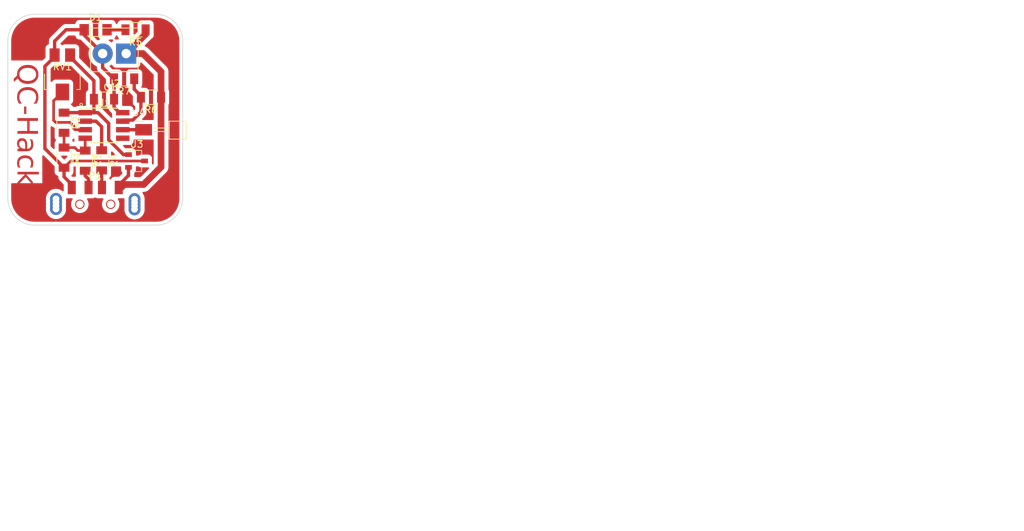
<source format=kicad_pcb>
(kicad_pcb (version 20240108) (generator "pcbnew") (generator_version "8.0")
  (title_block (title "Fabable QC hack with pot") (date "2025-02-26") (rev "v1") (company "Original design by Nicolas De Coster (ULB)") (comment 1 "With a 3.5mm pitch screw terminal by Andri Sæmundsson ") (comment 2 "QC-Hack board redesign"))
  (layers (0 "F.Cu" signal) (31 "B.Cu" signal) (34 "B.Paste" user) (35 "F.Paste" user) (36 "B.SilkS" user "B.Silkscreen") (37 "F.SilkS" user "F.Silkscreen") (38 "B.Mask" user) (39 "F.Mask" user) (44 "Edge.Cuts" user))
  (net 0 "")
  (net 1 "+3.3V")
  (net 2 "GND")
  (net 3 "Net-(D1-A)")
  (net 4 "Net-(P1-D-)")
  (net 5 "Net-(P1-D+)")
  (net 6 "UPDI")
  (net 7 "VBUS")
  (net 17 "D+")
  (net 18 "D-")
  (net 19 "SENSE")
  (net 20 "REG")
  (footprint "fab:Conn_USB_A_Plug" (layer "F.Cu") (at 37.05 49.825)
    (property "Reference" "P1" (at 0 -3.325 0) (layer "F.SilkS"))
    (property "Value" "Conn_USB_A_Plug")
    (pad "" thru_hole circle (at -2.3 0.925) (size 1.4 1.4) (drill 1.1) (layers "*.Cu" "*.Mask") (remove_unused_layers yes) (zone_layer_connections "F.Cu"))
    (pad "" thru_hole circle (at 2.3 0.925) (size 1.4 1.4) (drill 1.1) (layers "*.Cu" "*.Mask") (remove_unused_layers yes) (zone_layer_connections "F.Cu"))
    (pad "1" smd rect (at 3.5 -1.575) (size 1.2 2) (layers "F.Cu" "F.Paste" "F.Mask") (net 7 "VBUS"))
    (pad "2" smd rect (at 1 -1.575) (size 1.2 2) (layers "F.Cu" "F.Paste" "F.Mask") (net 4 "Net-(P1-D-)"))
    (pad "3" smd rect (at -1 -1.575) (size 1.2 2) (layers "F.Cu" "F.Paste" "F.Mask") (net 5 "Net-(P1-D+)"))
    (pad "4" smd rect (at -3.5 -1.575) (size 1.2 2) (layers "F.Cu" "F.Paste" "F.Mask") (net 2 "GND"))
    (pad "5" thru_hole circle (at -5.85 0.125) (size 1.8 1.8) (drill 1) (layers "*.Cu" "*.Mask"))
    (pad "5" thru_hole circle (at -5.85 0.625) (size 1.8 1.8) (drill 1) (layers "*.Cu" "*.Mask"))
    (pad "5" thru_hole circle (at -5.85 1.125) (size 1.8 1.8) (drill 1) (layers "*.Cu" "*.Mask"))
    (pad "5" thru_hole circle (at -5.85 1.625) (size 1.8 1.8) (drill 1) (layers "*.Cu" "*.Mask"))
    (pad "5" thru_hole circle (at 5.85 0.175) (size 1.8 1.8) (drill 1) (layers "*.Cu" "*.Mask"))
    (pad "5" thru_hole circle (at 5.85 0.675) (size 1.8 1.8) (drill 1) (layers "*.Cu" "*.Mask"))
    (pad "5" thru_hole circle (at 5.85 1.175) (size 1.8 1.8) (drill 1) (layers "*.Cu" "*.Mask"))
    (pad "5" thru_hole circle (at 5.85 1.675) (size 1.8 1.8) (drill 1) (layers "*.Cu" "*.Mask"))
  )
  (footprint "fab:R_1206" (layer "F.Cu") (at 35.55 44.25 -90)
    (property "Reference" "R3" (at 0 -1.85 90) (layer "F.SilkS"))
    (property "Value" "1k")
    (fp_line (start 1 1.07) (end -1 1.07) (stroke (width 0.12)) (layer "F.SilkS"))
    (fp_line (start -1 -1.07) (end 1 -1.07) (stroke (width 0.12)) (layer "F.SilkS"))
    (pad "1" smd rect (at -1.5 0 270) (size 1.2 1.6) (layers "F.Cu" "F.Paste" "F.Mask") (net 17 "D+"))
    (pad "2" smd rect (at 1.5 0 270) (size 1.2 1.6) (layers "F.Cu" "F.Paste" "F.Mask") (net 5 "Net-(P1-D+)"))
  )
  (footprint "fab:C_1206" (layer "F.Cu") (at 38.35 35.1)
    (property "Reference" "C1" (at 0.9 -1.8 0) (layer "F.SilkS"))
    (property "Value" "1µF-10µF")
    (fp_line (start -1 -1.07) (end 1 -1.07) (stroke (width 0.12)) (layer "F.SilkS"))
    (fp_line (start 1 1.07) (end -1 1.07) (stroke (width 0.12)) (layer "F.SilkS"))
    (pad "1" smd rect (at -1.5 0) (size 1.2 1.6) (layers "F.Cu" "F.Paste" "F.Mask") (net 1 "+3.3V"))
    (pad "2" smd rect (at 1.5 0) (size 1.2 1.6) (layers "F.Cu" "F.Paste" "F.Mask") (net 2 "GND"))
  )
  (footprint "fab:R_1206" (layer "F.Cu") (at 32.4 43.8 -90)
    (property "Reference" "R1" (at 0 -1.85 90) (layer "F.SilkS"))
    (property "Value" "2.2k")
    (fp_line (start 1 1.07) (end -1 1.07) (stroke (width 0.12)) (layer "F.SilkS"))
    (fp_line (start -1 -1.07) (end 1 -1.07) (stroke (width 0.12)) (layer "F.SilkS"))
    (pad "1" smd rect (at -1.5 0 270) (size 1.2 1.6) (layers "F.Cu" "F.Paste" "F.Mask") (net 17 "D+"))
    (pad "2" smd rect (at 1.5 0 270) (size 1.2 1.6) (layers "F.Cu" "F.Paste" "F.Mask") (net 2 "GND"))
  )
  (footprint "fab:R_1206" (layer "F.Cu") (at 43.05 24.75 180)
    (property "Reference" "R5" (at 0 -1.85 0) (layer "F.SilkS"))
    (property "Value" "10k")
    (fp_line (start 1 1.07) (end -1 1.07) (stroke (width 0.12)) (layer "F.SilkS"))
    (fp_line (start -1 -1.07) (end 1 -1.07) (stroke (width 0.12)) (layer "F.SilkS"))
    (pad "1" smd rect (at -1.5 0 180) (size 1.2 1.6) (layers "F.Cu" "F.Paste" "F.Mask") (net 7 "VBUS"))
    (pad "2" smd rect (at 1.5 0 180) (size 1.2 1.6) (layers "F.Cu" "F.Paste" "F.Mask") (net 3 "Net-(D1-A)"))
  )
  (footprint "fab:PinHeader_1x01_P2.54mm_Horizontal_SMD" (layer "F.Cu") (at 44.25 39.65)
    (property "Reference" "J4" (at -1.524 -2.54 180) (layer "F.SilkS") (effects (justify left)))
    (property "Value" "Conn_PinHeader_1x01_P2.54mm_Horizontal_SMD")
    (fp_line (start -1.27 -1.27) (end 0 -1.27) (stroke (width 0.12)) (layer "F.SilkS"))
    (fp_line (start 3.81 -1.27) (end 6.35 -1.27) (stroke (width 0.12)) (layer "F.SilkS"))
    (fp_line (start 3.81 -0.254) (end 1.5 -0.254) (stroke (width 0.12)) (layer "F.SilkS"))
    (fp_line (start 3.81 0.254) (end 1.5 0.254) (stroke (width 0.12)) (layer "F.SilkS"))
    (fp_line (start 3.81 1.397) (end 3.81 -1.27) (stroke (width 0.12)) (layer "F.SilkS"))
    (fp_line (start 6.35 -1.27) (end 6.35 1.397) (stroke (width 0.12)) (layer "F.SilkS"))
    (fp_line (start 6.35 1.397) (end 3.81 1.397) (stroke (width 0.12)) (layer "F.SilkS"))
    (pad "1" smd rect (at 0 0) (size 2.5 1.7) (layers "F.Cu" "F.Paste" "F.Mask") (net 6 "UPDI"))
  )
  (footprint "fab:LED_1206" (layer "F.Cu") (at 37.1 24.75)
    (property "Reference" "D1" (at 0 -1.85 0) (layer "F.SilkS"))
    (property "Value" "LED")
    (fp_line (start -1.1 -0.95) (end 1.1 -0.95) (stroke (width 0.12)) (layer "F.SilkS"))
    (fp_line (start -1.1 1) (end 1.1 1) (stroke (width 0.12)) (layer "F.SilkS"))
    (pad "1" smd rect (at -1.7 0) (size 1.4 1.7) (layers "F.Cu" "F.Paste" "F.Mask") (net 2 "GND"))
    (pad "2" smd rect (at 1.7 0) (size 1.4 1.7) (layers "F.Cu" "F.Paste" "F.Mask") (net 3 "Net-(D1-A)"))
  )
  (footprint "fab:R_1206" (layer "F.Cu") (at 32.4 38.6 -90)
    (property "Reference" "R2" (at 0 -1.85 90) (layer "F.SilkS"))
    (property "Value" "10k")
    (fp_line (start 1 1.07) (end -1 1.07) (stroke (width 0.12)) (layer "F.SilkS"))
    (fp_line (start -1 -1.07) (end 1 -1.07) (stroke (width 0.12)) (layer "F.SilkS"))
    (pad "1" smd rect (at -1.5 0 270) (size 1.2 1.6) (layers "F.Cu" "F.Paste" "F.Mask") (net 1 "+3.3V"))
    (pad "2" smd rect (at 1.5 0 270) (size 1.2 1.6) (layers "F.Cu" "F.Paste" "F.Mask") (net 17 "D+"))
  )
  (footprint "fab:TerminalBlock_OnShore_1x02_P3.50mm_Horizontal" (layer "F.Cu") (at 41.65 28.3 180)
    (property "Reference" "J2" (at 1.75 -4.46 0) (layer "F.SilkS"))
    (property "Value" "Screw_Terminal_01x02_P3.5mm")
    (fp_line (start 5.3 -2.7) (end 5.3 3.8) (stroke (width 0.12)) (layer "F.SilkS"))
    (fp_line (start -1.8 3.8) (end 5.3 3.8) (stroke (width 0.12)) (layer "F.SilkS"))
    (fp_line (start -1.8 -2.7) (end 5.3 -2.7) (stroke (width 0.12)) (layer "F.SilkS"))
    (fp_line (start -1.8 -2.7) (end -1.8 3.8) (stroke (width 0.12)) (layer "F.SilkS"))
    (pad "1" thru_hole rect (at 0 0 180) (size 3 3) (drill 1.4) (layers "*.Cu" "*.Mask") (net 7 "VBUS"))
    (pad "2" thru_hole circle (at 3.5 0 180) (size 3 3) (drill 1.4) (layers "*.Cu" "*.Mask") (net 2 "GND"))
  )
  (footprint "fab:R_1206" (layer "F.Cu") (at 38 44.2 -90)
    (property "Reference" "R4" (at 0 -1.85 90) (layer "F.SilkS"))
    (property "Value" "1k")
    (fp_line (start 1 1.07) (end -1 1.07) (stroke (width 0.12)) (layer "F.SilkS"))
    (fp_line (start -1 -1.07) (end 1 -1.07) (stroke (width 0.12)) (layer "F.SilkS"))
    (pad "1" smd rect (at -1.5 0 270) (size 1.2 1.6) (layers "F.Cu" "F.Paste" "F.Mask") (net 18 "D-"))
    (pad "2" smd rect (at 1.5 0 270) (size 1.2 1.6) (layers "F.Cu" "F.Paste" "F.Mask") (net 4 "Net-(P1-D-)"))
  )
  (footprint "fab:R_1206" (layer "F.Cu") (at 45.35 34.8 180)
    (property "Reference" "R6" (at 0 -1.85 0) (layer "F.SilkS"))
    (property "Value" "47k")
    (fp_line (start 1 1.07) (end -1 1.07) (stroke (width 0.12)) (layer "F.SilkS"))
    (fp_line (start -1 -1.07) (end 1 -1.07) (stroke (width 0.12)) (layer "F.SilkS"))
    (pad "1" smd rect (at -1.5 0 180) (size 1.2 1.6) (layers "F.Cu" "F.Paste" "F.Mask") (net 7 "VBUS"))
    (pad "2" smd rect (at 1.5 0 180) (size 1.2 1.6) (layers "F.Cu" "F.Paste" "F.Mask") (net 19 "SENSE"))
  )
  (footprint "fab:SOIC-8_3.9x4.9mm_P1.27mm" (layer "F.Cu") (at 38.35 39.005)
    (property "Reference" "U1" (at 0 -3.4 0) (layer "F.SilkS"))
    (property "Value" "ATtiny412-SS")
    (fp_line (start -3.69 -2.575) (end 2.075 -2.575) (stroke (width 0.15)) (layer "F.SilkS"))
    (fp_line (start -2.075 2.575) (end 2.075 2.575) (stroke (width 0.15)) (layer "F.SilkS"))
    (fp_circle (center -3.4 -3.1) (end -3.2 -3.1) (stroke (width 0.12)) (fill none) (layer "F.SilkS"))
    (pad "1" smd rect (at -2.8 -1.905) (size 2 0.8) (layers "F.Cu" "F.Paste" "F.Mask") (net 1 "+3.3V"))
    (pad "2" smd rect (at -2.8 -0.635) (size 2 0.8) (layers "F.Cu" "F.Paste" "F.Mask") (net 18 "D-"))
    (pad "3" smd rect (at -2.8 0.635) (size 2 0.8) (layers "F.Cu" "F.Paste" "F.Mask") (net 20 "REG"))
    (pad "4" smd rect (at -2.8 1.905) (size 2 0.8) (layers "F.Cu" "F.Paste" "F.Mask") (net 17 "D+"))
    (pad "5" smd rect (at 2.8 1.905) (size 2 0.8) (layers "F.Cu" "F.Paste" "F.Mask"))
    (pad "6" smd rect (at 2.8 0.635) (size 2 0.8) (layers "F.Cu" "F.Paste" "F.Mask") (net 6 "UPDI"))
    (pad "7" smd rect (at 2.8 -0.635) (size 2 0.8) (layers "F.Cu" "F.Paste" "F.Mask") (net 19 "SENSE"))
    (pad "8" smd rect (at 2.8 -1.905) (size 2 0.8) (layers "F.Cu" "F.Paste" "F.Mask") (net 2 "GND"))
  )
  (footprint "fab:Potentiometer_TT_Model-23_4.5x5.0x3.0mm" (layer "F.Cu") (at 32.155 31.275 180)
    (property "Reference" "RV1" (at 0 1 0) (layer "F.SilkS"))
    (property "Value" "R_POT_10K_Trimmer")
    (fp_line (start 2.66 -2.38) (end 2.66 -0.1) (stroke (width 0.12)) (layer "F.SilkS"))
    (fp_line (start 2.15 -2.38) (end 2.66 -2.38) (stroke (width 0.12)) (layer "F.SilkS"))
    (fp_line (start -2.65 -0.1) (end -2.65 -2.38) (stroke (width 0.12)) (layer "F.SilkS"))
    (fp_line (start -2.65 -2.38) (end -2.14 -2.38) (stroke (width 0.12)) (layer "F.SilkS"))
    (pad "1" smd rect (at 1.16 2.75 180) (size 1.5 2) (layers "F.Cu" "F.Paste" "F.Mask") (net 2 "GND"))
    (pad "2" smd rect (at 0 -2.75 180) (size 2 2.5) (layers "F.Cu" "F.Paste" "F.Mask") (net 20 "REG"))
    (pad "3" smd rect (at -1.15 2.75 180) (size 1.5 2) (layers "F.Cu" "F.Paste" "F.Mask") (net 1 "+3.3V"))
  )
  (footprint "fab:R_1206" (layer "F.Cu") (at 41.35 32.05 180)
    (property "Reference" "R7" (at 0 -1.85 0) (layer "F.SilkS"))
    (property "Value" "4.7k")
    (fp_line (start 1 1.07) (end -1 1.07) (stroke (width 0.12)) (layer "F.SilkS"))
    (fp_line (start -1 -1.07) (end 1 -1.07) (stroke (width 0.12)) (layer "F.SilkS"))
    (pad "1" smd rect (at -1.5 0 180) (size 1.2 1.6) (layers "F.Cu" "F.Paste" "F.Mask") (net 19 "SENSE"))
    (pad "2" smd rect (at 1.5 0 180) (size 1.2 1.6) (layers "F.Cu" "F.Paste" "F.Mask") (net 2 "GND"))
  )
  (footprint "fab:SOT-23-3" (layer "F.Cu") (at 43.2 44.3)
    (property "Reference" "U3" (at 0 -2.5 0) (layer "F.SilkS"))
    (property "Value" "lm3480-3.3")
    (fp_line (start 0.76 -1.58) (end -1.4 -1.58) (stroke (width 0.12)) (layer "F.SilkS"))
    (fp_line (start 0.76 -1.58) (end 0.76 -0.65) (stroke (width 0.12)) (layer "F.SilkS"))
    (fp_line (start 0.76 1.58) (end -0.7 1.58) (stroke (width 0.12)) (layer "F.SilkS"))
    (fp_line (start 0.76 1.58) (end 0.76 0.65) (stroke (width 0.12)) (layer "F.SilkS"))
    (pad "1" smd rect (at -1.2 -0.95) (size 1 0.7) (layers "F.Cu" "F.Paste" "F.Mask") (net 1 "+3.3V"))
    (pad "2" smd rect (at -1.2 0.95) (size 1 0.7) (layers "F.Cu" "F.Paste" "F.Mask") (net 7 "VBUS"))
    (pad "3" smd rect (at 1.2 0) (size 1 0.7) (layers "F.Cu" "F.Paste" "F.Mask") (net 2 "GND"))
  )
  (gr_arc (start 46.075 22.45) (mid 48.903427 23.621573) (end 50.075 26.45) (stroke (width 0.1)) (layer "Edge.Cuts"))
  (gr_line (start 24.025 49.85) (end 24.025 26.45) (stroke (width 0.1)) (layer "Edge.Cuts"))
  (gr_arc (start 24.025 26.45) (mid 25.196573 23.621573) (end 28.025 22.45) (stroke (width 0.1)) (layer "Edge.Cuts"))
  (gr_arc (start 50.075 49.85) (mid 48.903427 52.678427) (end 46.075 53.85) (stroke (width 0.1)) (layer "Edge.Cuts"))
  (gr_line (start 46.075 53.85) (end 28.025 53.85) (stroke (width 0.1)) (layer "Edge.Cuts"))
  (gr_line (start 50.075 26.45) (end 50.075 49.85) (stroke (width 0.1)) (layer "Edge.Cuts"))
  (gr_line (start 28.025 22.45) (end 46.075 22.45) (stroke (width 0.1)) (layer "Edge.Cuts"))
  (gr_arc (start 28.025 53.85) (mid 25.196573 52.678427) (end 24.025 49.85) (stroke (width 0.1)) (layer "Edge.Cuts"))
  (gr_text "QC-Hack" (at 24.95 29.75 270) (layer "F.Cu") (effects (font (size 3 3) (thickness 0.1875)) (justify left bottom)))
  (segment (start 41.25 43.35) (end 39.05 41.15) (width 0.5) (layer "F.Cu") (net 1))
  (segment (start 33.305 28.805) (end 36.85 32.35) (width 0.5) (layer "F.Cu") (net 1))
  (segment (start 36.85 35.1) (end 36.85 37.1) (width 0.5) (layer "F.Cu") (net 1))
  (segment (start 42 43.35) (end 41.25 43.35) (width 0.5) (layer "F.Cu") (net 1))
  (segment (start 33.305 28.525) (end 33.305 28.805) (width 0.5) (layer "F.Cu") (net 1))
  (segment (start 36.85 37.1) (end 35.55 37.1) (width 0.5) (layer "F.Cu") (net 1))
  (segment (start 39.05 38.7) (end 37.45 37.1) (width 0.5) (layer "F.Cu") (net 1))
  (segment (start 36.85 32.35) (end 36.85 35.1) (width 0.5) (layer "F.Cu") (net 1))
  (segment (start 32.4 37.1) (end 35.55 37.1) (width 0.5) (layer "F.Cu") (net 1))
  (segment (start 39.05 41.15) (end 39.05 38.7) (width 0.5) (layer "F.Cu") (net 1))
  (segment (start 37.45 37.1) (end 36.85 37.1) (width 0.5) (layer "F.Cu") (net 1))
  (segment (start 40.65 37.1) (end 39.85 36.3) (width 0.5) (layer "F.Cu") (net 2))
  (segment (start 35.4 25.55) (end 35.4 24.75) (width 0.5) (layer "F.Cu") (net 2))
  (segment (start 29.55 42.45) (end 32.4 45.3) (width 0.5) (layer "F.Cu") (net 2))
  (segment (start 39.85 36.3) (end 39.85 35.1) (width 0.5) (layer "F.Cu") (net 2))
  (segment (start 33.4 44.3) (end 32.4 45.3) (width 0.4) (layer "F.Cu") (net 2))
  (segment (start 38.15 30.4) (end 38.15 28.3) (width 0.5) (layer "F.Cu") (net 2))
  (segment (start 30.995 28.525) (end 30.995 28.755) (width 0.5) (layer "F.Cu") (net 2))
  (segment (start 39.85 32.05) (end 39.8 32.05) (width 0.5) (layer "F.Cu") (net 2))
  (segment (start 32.4 46.65) (end 32.4 45.3) (width 0.5) (layer "F.Cu") (net 2))
  (segment (start 41.15 37.1) (end 40.65 37.1) (width 0.5) (layer "F.Cu") (net 2))
  (segment (start 30.995 28.525) (end 30.995 26.455) (width 0.5) (layer "F.Cu") (net 2))
  (segment (start 33.55 48.25) (end 33.55 47.8) (width 0.5) (layer "F.Cu") (net 2))
  (segment (start 44.4 44.3) (end 33.4 44.3) (width 0.4) (layer "F.Cu") (net 2))
  (segment (start 29.55 30.2) (end 29.55 42.45) (width 0.5) (layer "F.Cu") (net 2))
  (segment (start 39.8 32.05) (end 38.15 30.4) (width 0.5) (layer "F.Cu") (net 2))
  (segment (start 30.995 26.455) (end 32.7 24.75) (width 0.5) (layer "F.Cu") (net 2))
  (segment (start 38.15 28.3) (end 35.4 25.55) (width 0.5) (layer "F.Cu") (net 2))
  (segment (start 39.85 32.05) (end 39.85 35.1) (width 0.5) (layer "F.Cu") (net 2))
  (segment (start 30.995 28.755) (end 29.55 30.2) (width 0.5) (layer "F.Cu") (net 2))
  (segment (start 32.7 24.75) (end 35.4 24.75) (width 0.5) (layer "F.Cu") (net 2))
  (segment (start 33.55 47.8) (end 32.4 46.65) (width 0.5) (layer "F.Cu") (net 2))
  (segment (start 41.55 24.75) (end 38.8 24.75) (width 0.5) (layer "F.Cu") (net 3))
  (segment (start 38 48.2) (end 38.05 48.25) (width 0.4) (layer "F.Cu") (net 4))
  (segment (start 38 45.7) (end 38 48.2) (width 0.5) (layer "F.Cu") (net 4))
  (segment (start 35.55 46.5) (end 35.55 45.75) (width 0.5) (layer "F.Cu") (net 5))
  (segment (start 36.05 48.25) (end 36.05 47) (width 0.5) (layer "F.Cu") (net 5))
  (segment (start 36.05 47) (end 35.55 46.5) (width 0.5) (layer "F.Cu") (net 5))
  (segment (start 44.24 39.64) (end 44.25 39.65) (width 0.5) (layer "F.Cu") (net 6))
  (segment (start 41.15 39.64) (end 44.24 39.64) (width 0.5) (layer "F.Cu") (net 6))
  (segment (start 46.85 34.8) (end 46.85 31) (width 1) (layer "F.Cu") (net 7))
  (segment (start 46.85 45.2) (end 44.25 47.8) (width 1) (layer "F.Cu") (net 7))
  (segment (start 44.55 25.4) (end 44.55 24.75) (width 1) (layer "F.Cu") (net 7))
  (segment (start 40.55 48.25) (end 40.55 47.9) (width 0.5) (layer "F.Cu") (net 7))
  (segment (start 40.9 48.25) (end 40.55 48.25) (width 1) (layer "F.Cu") (net 7))
  (segment (start 46.85 34.8) (end 46.85 45.2) (width 1) (layer "F.Cu") (net 7))
  (segment (start 46.85 31) (end 44.15 28.3) (width 1) (layer "F.Cu") (net 7))
  (segment (start 41.65 28.3) (end 44.55 25.4) (width 1) (layer "F.Cu") (net 7))
  (segment (start 41.35 47.8) (end 40.9 48.25) (width 1) (layer "F.Cu") (net 7))
  (segment (start 44.15 28.3) (end 41.65 28.3) (width 1) (layer "F.Cu") (net 7))
  (segment (start 42 46.45) (end 42 45.25) (width 0.5) (layer "F.Cu") (net 7))
  (segment (start 44.25 47.8) (end 41.35 47.8) (width 1) (layer "F.Cu") (net 7))
  (segment (start 40.55 47.9) (end 42 46.45) (width 0.5) (layer "F.Cu") (net 7))
  (segment (start 32.4 40.1) (end 32.4 42.3) (width 0.4) (layer "F.Cu") (net 17))
  (segment (start 34 42.3) (end 34.45 42.75) (width 0.4) (layer "F.Cu") (net 17))
  (segment (start 32.4 42.3) (end 34 42.3) (width 0.4) (layer "F.Cu") (net 17))
  (segment (start 34.45 42.75) (end 35.55 42.75) (width 0.4) (layer "F.Cu") (net 17))
  (segment (start 35.55 42.75) (end 35.55 40.91) (width 0.4) (layer "F.Cu") (net 17))
  (segment (start 38 42.7) (end 38 39.2) (width 0.5) (layer "F.Cu") (net 18))
  (segment (start 38 39.2) (end 37.17 38.37) (width 0.5) (layer "F.Cu") (net 18))
  (segment (start 37.17 38.37) (end 35.55 38.37) (width 0.5) (layer "F.Cu") (net 18))
  (segment (start 43.85 34.8) (end 43.85 37) (width 0.5) (layer "F.Cu") (net 19))
  (segment (start 42.65 38.2) (end 41.32 38.2) (width 0.5) (layer "F.Cu") (net 19))
  (segment (start 41.32 38.2) (end 41.15 38.37) (width 0.5) (layer "F.Cu") (net 19))
  (segment (start 42.85 33.6) (end 42.85 32.05) (width 0.5) (layer "F.Cu") (net 19))
  (segment (start 43.85 34.8) (end 43.85 34.6) (width 0.5) (layer "F.Cu") (net 19))
  (segment (start 43.85 34.6) (end 42.85 33.6) (width 0.5) (layer "F.Cu") (net 19))
  (segment (start 43.85 37) (end 42.65 38.2) (width 0.5) (layer "F.Cu") (net 19))
  (segment (start 35.55 39.64) (end 34.04 39.64) (width 0.4) (layer "F.Cu") (net 20))
  (segment (start 31.15 38.55) (end 30.85 38.25) (width 0.4) (layer "F.Cu") (net 20))
  (segment (start 30.85 38.25) (end 30.85 35.33) (width 0.4) (layer "F.Cu") (net 20))
  (segment (start 33.3 38.55) (end 31.15 38.55) (width 0.4) (layer "F.Cu") (net 20))
  (segment (start 33.85 39.45) (end 33.85 39.1) (width 0.4) (layer "F.Cu") (net 20))
  (segment (start 33.85 39.1) (end 33.3 38.55) (width 0.4) (layer "F.Cu") (net 20))
  (segment (start 34.04 39.64) (end 33.85 39.45) (width 0.4) (layer "F.Cu") (net 20))
  (segment (start 30.85 35.33) (end 32.155 34.025) (width 0.4) (layer "F.Cu") (net 20))
  (zone (net 0) (net_name "") (layer "F.Cu") (connect_pads (clearance 0.6)) (min_thickness 0.25) (fill yes (thermal_gap 0.5) (thermal_bridge_width 0.5) (island_removal_mode 1) (island_area_min 10))
    (polygon (pts (xy 22.86 20.32) (xy 22.86 55.88) (xy 50.8 55.88) (xy 50.8 20.32)))
  )
)
</source>
